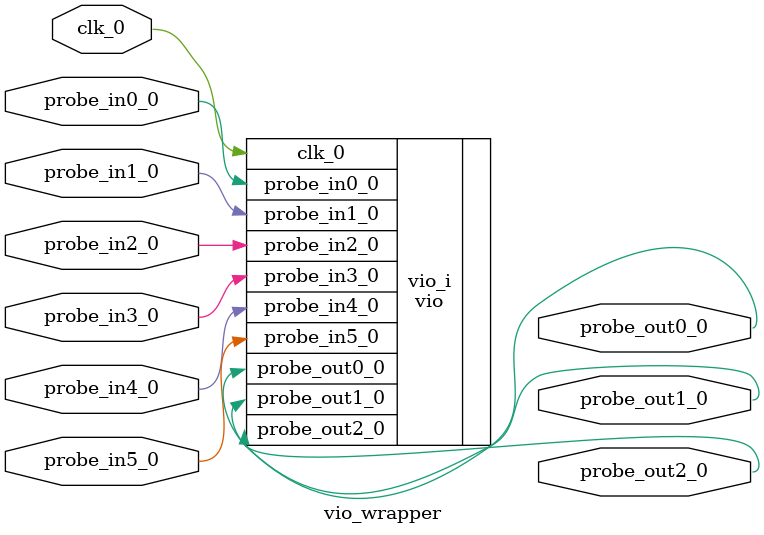
<source format=v>
`timescale 1 ps / 1 ps

module vio_wrapper
   (clk_0,
    probe_in0_0,
    probe_in1_0,
    probe_in2_0,
    probe_in3_0,
    probe_in4_0,
    probe_in5_0,
    probe_out0_0,
    probe_out1_0,
    probe_out2_0);
  input clk_0;
  input [0:0]probe_in0_0;
  input [0:0]probe_in1_0;
  input [0:0]probe_in2_0;
  input [0:0]probe_in3_0;
  input [0:0]probe_in4_0;
  input [0:0]probe_in5_0;
  output [0:0]probe_out0_0;
  output [0:0]probe_out1_0;
  output [0:0]probe_out2_0;

  wire clk_0;
  wire [0:0]probe_in0_0;
  wire [0:0]probe_in1_0;
  wire [0:0]probe_in2_0;
  wire [0:0]probe_in3_0;
  wire [0:0]probe_in4_0;
  wire [0:0]probe_in5_0;
  wire [0:0]probe_out0_0;
  wire [0:0]probe_out1_0;
  wire [0:0]probe_out2_0;

  vio vio_i
       (.clk_0(clk_0),
        .probe_in0_0(probe_in0_0),
        .probe_in1_0(probe_in1_0),
        .probe_in2_0(probe_in2_0),
        .probe_in3_0(probe_in3_0),
        .probe_in4_0(probe_in4_0),
        .probe_in5_0(probe_in5_0),
        .probe_out0_0(probe_out0_0),
        .probe_out1_0(probe_out1_0),
        .probe_out2_0(probe_out2_0));
endmodule

</source>
